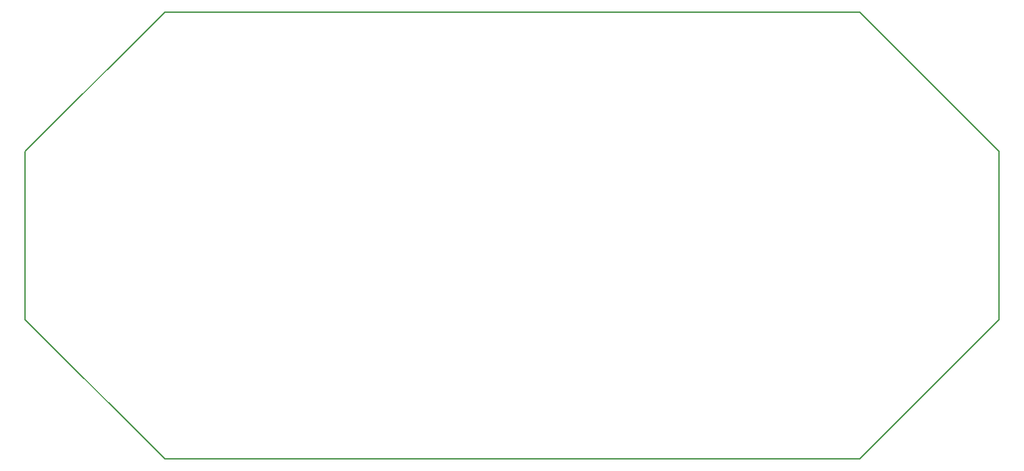
<source format=gbr>
G04 Layer_Color=8388736*
%FSLAX44Y44*%
%MOMM*%
G71*
G01*
G75*
%ADD30C,0.2000*%
D30*
X1045000Y560000D02*
X1220000Y385000D01*
X1045000Y0D02*
X1220000Y175000D01*
Y385000D01*
X0D02*
X175000Y560000D01*
X1045000D01*
X0Y175000D02*
Y385000D01*
Y175000D02*
X175000Y0D01*
X1045000D01*
M02*

</source>
